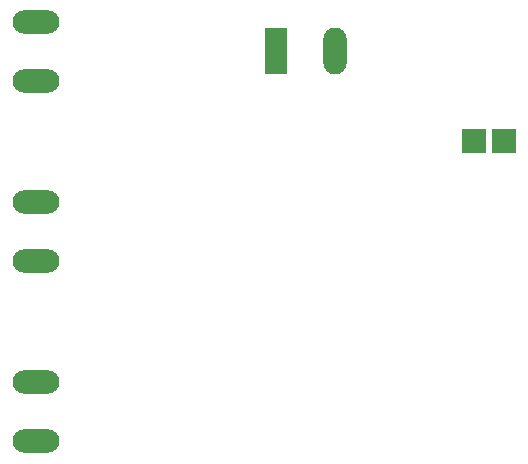
<source format=gbp>
G04 #@! TF.FileFunction,Paste,Bot*
%FSLAX46Y46*%
G04 Gerber Fmt 4.6, Leading zero omitted, Abs format (unit mm)*
G04 Created by KiCad (PCBNEW 4.0.4-stable) date 03/13/17 09:42:38*
%MOMM*%
%LPD*%
G01*
G04 APERTURE LIST*
%ADD10C,0.100000*%
%ADD11R,2.032000X2.032000*%
%ADD12R,1.981200X3.962400*%
%ADD13O,1.981200X3.962400*%
%ADD14O,3.962400X1.981200*%
G04 APERTURE END LIST*
D10*
D11*
X141224000Y-111760000D03*
X143764000Y-111760000D03*
D12*
X124460000Y-104140000D03*
D13*
X129460000Y-104140000D03*
D14*
X104140000Y-137160000D03*
X104140000Y-132160000D03*
X104140000Y-106680000D03*
X104140000Y-101680000D03*
X104140000Y-121920000D03*
X104140000Y-116920000D03*
M02*

</source>
